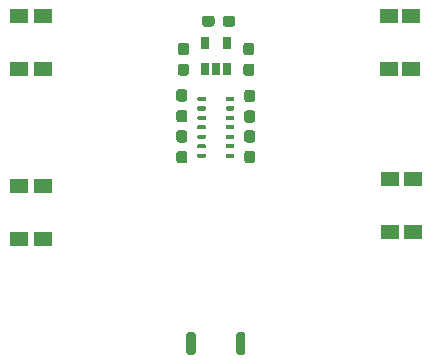
<source format=gbr>
G04 #@! TF.GenerationSoftware,KiCad,Pcbnew,(5.1.6-0-10_14)*
G04 #@! TF.CreationDate,2020-09-27T10:59:16+08:00*
G04 #@! TF.ProjectId,Watch_F4,57617463-685f-4463-942e-6b696361645f,rev?*
G04 #@! TF.SameCoordinates,Original*
G04 #@! TF.FileFunction,Paste,Bot*
G04 #@! TF.FilePolarity,Positive*
%FSLAX46Y46*%
G04 Gerber Fmt 4.6, Leading zero omitted, Abs format (unit mm)*
G04 Created by KiCad (PCBNEW (5.1.6-0-10_14)) date 2020-09-27 10:59:16*
%MOMM*%
%LPD*%
G01*
G04 APERTURE LIST*
%ADD10R,1.550000X1.300000*%
%ADD11R,0.650000X1.060000*%
G04 APERTURE END LIST*
G36*
G01*
X147885000Y-96772500D02*
X147885000Y-97247500D01*
G75*
G02*
X147647500Y-97485000I-237500J0D01*
G01*
X147072500Y-97485000D01*
G75*
G02*
X146835000Y-97247500I0J237500D01*
G01*
X146835000Y-96772500D01*
G75*
G02*
X147072500Y-96535000I237500J0D01*
G01*
X147647500Y-96535000D01*
G75*
G02*
X147885000Y-96772500I0J-237500D01*
G01*
G37*
G36*
G01*
X149635000Y-96772500D02*
X149635000Y-97247500D01*
G75*
G02*
X149397500Y-97485000I-237500J0D01*
G01*
X148822500Y-97485000D01*
G75*
G02*
X148585000Y-97247500I0J237500D01*
G01*
X148585000Y-96772500D01*
G75*
G02*
X148822500Y-96535000I237500J0D01*
G01*
X149397500Y-96535000D01*
G75*
G02*
X149635000Y-96772500I0J-237500D01*
G01*
G37*
G36*
G01*
X150500000Y-123500000D02*
X150500000Y-125100000D01*
G75*
G02*
X150300000Y-125300000I-200000J0D01*
G01*
X149900000Y-125300000D01*
G75*
G02*
X149700000Y-125100000I0J200000D01*
G01*
X149700000Y-123500000D01*
G75*
G02*
X149900000Y-123300000I200000J0D01*
G01*
X150300000Y-123300000D01*
G75*
G02*
X150500000Y-123500000I0J-200000D01*
G01*
G37*
G36*
G01*
X146300000Y-123500000D02*
X146300000Y-125100000D01*
G75*
G02*
X146100000Y-125300000I-200000J0D01*
G01*
X145700000Y-125300000D01*
G75*
G02*
X145500000Y-125100000I0J200000D01*
G01*
X145500000Y-123500000D01*
G75*
G02*
X145700000Y-123300000I200000J0D01*
G01*
X146100000Y-123300000D01*
G75*
G02*
X146300000Y-123500000I0J-200000D01*
G01*
G37*
D10*
X133330000Y-110950000D03*
X133330000Y-115450000D03*
X131370000Y-115450000D03*
X131370000Y-110950000D03*
X164508000Y-96550000D03*
X164508000Y-101050000D03*
X162690000Y-101050000D03*
X162690000Y-96550000D03*
X164700000Y-110400000D03*
X164700000Y-114900000D03*
X162740000Y-114900000D03*
X162740000Y-110400000D03*
X131370000Y-101050000D03*
X131370000Y-96550000D03*
X133330000Y-96550000D03*
X133330000Y-101050000D03*
D11*
X148970000Y-98895000D03*
X147070000Y-98895000D03*
X147070000Y-101095000D03*
X148020000Y-101095000D03*
X148970000Y-101095000D03*
G36*
G01*
X145012500Y-100595000D02*
X145487500Y-100595000D01*
G75*
G02*
X145725000Y-100832500I0J-237500D01*
G01*
X145725000Y-101407500D01*
G75*
G02*
X145487500Y-101645000I-237500J0D01*
G01*
X145012500Y-101645000D01*
G75*
G02*
X144775000Y-101407500I0J237500D01*
G01*
X144775000Y-100832500D01*
G75*
G02*
X145012500Y-100595000I237500J0D01*
G01*
G37*
G36*
G01*
X145012500Y-98845000D02*
X145487500Y-98845000D01*
G75*
G02*
X145725000Y-99082500I0J-237500D01*
G01*
X145725000Y-99657500D01*
G75*
G02*
X145487500Y-99895000I-237500J0D01*
G01*
X145012500Y-99895000D01*
G75*
G02*
X144775000Y-99657500I0J237500D01*
G01*
X144775000Y-99082500D01*
G75*
G02*
X145012500Y-98845000I237500J0D01*
G01*
G37*
G36*
G01*
X150552500Y-100595000D02*
X151027500Y-100595000D01*
G75*
G02*
X151265000Y-100832500I0J-237500D01*
G01*
X151265000Y-101407500D01*
G75*
G02*
X151027500Y-101645000I-237500J0D01*
G01*
X150552500Y-101645000D01*
G75*
G02*
X150315000Y-101407500I0J237500D01*
G01*
X150315000Y-100832500D01*
G75*
G02*
X150552500Y-100595000I237500J0D01*
G01*
G37*
G36*
G01*
X150552500Y-98845000D02*
X151027500Y-98845000D01*
G75*
G02*
X151265000Y-99082500I0J-237500D01*
G01*
X151265000Y-99657500D01*
G75*
G02*
X151027500Y-99895000I-237500J0D01*
G01*
X150552500Y-99895000D01*
G75*
G02*
X150315000Y-99657500I0J237500D01*
G01*
X150315000Y-99082500D01*
G75*
G02*
X150552500Y-98845000I237500J0D01*
G01*
G37*
G36*
G01*
X145347500Y-103825000D02*
X144872500Y-103825000D01*
G75*
G02*
X144635000Y-103587500I0J237500D01*
G01*
X144635000Y-103012500D01*
G75*
G02*
X144872500Y-102775000I237500J0D01*
G01*
X145347500Y-102775000D01*
G75*
G02*
X145585000Y-103012500I0J-237500D01*
G01*
X145585000Y-103587500D01*
G75*
G02*
X145347500Y-103825000I-237500J0D01*
G01*
G37*
G36*
G01*
X145347500Y-105575000D02*
X144872500Y-105575000D01*
G75*
G02*
X144635000Y-105337500I0J237500D01*
G01*
X144635000Y-104762500D01*
G75*
G02*
X144872500Y-104525000I237500J0D01*
G01*
X145347500Y-104525000D01*
G75*
G02*
X145585000Y-104762500I0J-237500D01*
G01*
X145585000Y-105337500D01*
G75*
G02*
X145347500Y-105575000I-237500J0D01*
G01*
G37*
G36*
G01*
X150632500Y-104570000D02*
X151107500Y-104570000D01*
G75*
G02*
X151345000Y-104807500I0J-237500D01*
G01*
X151345000Y-105382500D01*
G75*
G02*
X151107500Y-105620000I-237500J0D01*
G01*
X150632500Y-105620000D01*
G75*
G02*
X150395000Y-105382500I0J237500D01*
G01*
X150395000Y-104807500D01*
G75*
G02*
X150632500Y-104570000I237500J0D01*
G01*
G37*
G36*
G01*
X150632500Y-102820000D02*
X151107500Y-102820000D01*
G75*
G02*
X151345000Y-103057500I0J-237500D01*
G01*
X151345000Y-103632500D01*
G75*
G02*
X151107500Y-103870000I-237500J0D01*
G01*
X150632500Y-103870000D01*
G75*
G02*
X150395000Y-103632500I0J237500D01*
G01*
X150395000Y-103057500D01*
G75*
G02*
X150632500Y-102820000I237500J0D01*
G01*
G37*
G36*
G01*
X151107500Y-107290000D02*
X150632500Y-107290000D01*
G75*
G02*
X150395000Y-107052500I0J237500D01*
G01*
X150395000Y-106477500D01*
G75*
G02*
X150632500Y-106240000I237500J0D01*
G01*
X151107500Y-106240000D01*
G75*
G02*
X151345000Y-106477500I0J-237500D01*
G01*
X151345000Y-107052500D01*
G75*
G02*
X151107500Y-107290000I-237500J0D01*
G01*
G37*
G36*
G01*
X151107500Y-109040000D02*
X150632500Y-109040000D01*
G75*
G02*
X150395000Y-108802500I0J237500D01*
G01*
X150395000Y-108227500D01*
G75*
G02*
X150632500Y-107990000I237500J0D01*
G01*
X151107500Y-107990000D01*
G75*
G02*
X151345000Y-108227500I0J-237500D01*
G01*
X151345000Y-108802500D01*
G75*
G02*
X151107500Y-109040000I-237500J0D01*
G01*
G37*
G36*
G01*
X147175000Y-103512500D02*
X147175000Y-103687500D01*
G75*
G02*
X147087500Y-103775000I-87500J0D01*
G01*
X146512500Y-103775000D01*
G75*
G02*
X146425000Y-103687500I0J87500D01*
G01*
X146425000Y-103512500D01*
G75*
G02*
X146512500Y-103425000I87500J0D01*
G01*
X147087500Y-103425000D01*
G75*
G02*
X147175000Y-103512500I0J-87500D01*
G01*
G37*
G36*
G01*
X147175000Y-104312500D02*
X147175000Y-104487500D01*
G75*
G02*
X147087500Y-104575000I-87500J0D01*
G01*
X146512500Y-104575000D01*
G75*
G02*
X146425000Y-104487500I0J87500D01*
G01*
X146425000Y-104312500D01*
G75*
G02*
X146512500Y-104225000I87500J0D01*
G01*
X147087500Y-104225000D01*
G75*
G02*
X147175000Y-104312500I0J-87500D01*
G01*
G37*
G36*
G01*
X147175000Y-105112500D02*
X147175000Y-105287500D01*
G75*
G02*
X147087500Y-105375000I-87500J0D01*
G01*
X146512500Y-105375000D01*
G75*
G02*
X146425000Y-105287500I0J87500D01*
G01*
X146425000Y-105112500D01*
G75*
G02*
X146512500Y-105025000I87500J0D01*
G01*
X147087500Y-105025000D01*
G75*
G02*
X147175000Y-105112500I0J-87500D01*
G01*
G37*
G36*
G01*
X147175000Y-105912500D02*
X147175000Y-106087500D01*
G75*
G02*
X147087500Y-106175000I-87500J0D01*
G01*
X146512500Y-106175000D01*
G75*
G02*
X146425000Y-106087500I0J87500D01*
G01*
X146425000Y-105912500D01*
G75*
G02*
X146512500Y-105825000I87500J0D01*
G01*
X147087500Y-105825000D01*
G75*
G02*
X147175000Y-105912500I0J-87500D01*
G01*
G37*
G36*
G01*
X147175000Y-106712500D02*
X147175000Y-106887500D01*
G75*
G02*
X147087500Y-106975000I-87500J0D01*
G01*
X146512500Y-106975000D01*
G75*
G02*
X146425000Y-106887500I0J87500D01*
G01*
X146425000Y-106712500D01*
G75*
G02*
X146512500Y-106625000I87500J0D01*
G01*
X147087500Y-106625000D01*
G75*
G02*
X147175000Y-106712500I0J-87500D01*
G01*
G37*
G36*
G01*
X147175000Y-107512500D02*
X147175000Y-107687500D01*
G75*
G02*
X147087500Y-107775000I-87500J0D01*
G01*
X146512500Y-107775000D01*
G75*
G02*
X146425000Y-107687500I0J87500D01*
G01*
X146425000Y-107512500D01*
G75*
G02*
X146512500Y-107425000I87500J0D01*
G01*
X147087500Y-107425000D01*
G75*
G02*
X147175000Y-107512500I0J-87500D01*
G01*
G37*
G36*
G01*
X147175000Y-108312500D02*
X147175000Y-108487500D01*
G75*
G02*
X147087500Y-108575000I-87500J0D01*
G01*
X146512500Y-108575000D01*
G75*
G02*
X146425000Y-108487500I0J87500D01*
G01*
X146425000Y-108312500D01*
G75*
G02*
X146512500Y-108225000I87500J0D01*
G01*
X147087500Y-108225000D01*
G75*
G02*
X147175000Y-108312500I0J-87500D01*
G01*
G37*
G36*
G01*
X149575000Y-108312500D02*
X149575000Y-108487500D01*
G75*
G02*
X149487500Y-108575000I-87500J0D01*
G01*
X148912500Y-108575000D01*
G75*
G02*
X148825000Y-108487500I0J87500D01*
G01*
X148825000Y-108312500D01*
G75*
G02*
X148912500Y-108225000I87500J0D01*
G01*
X149487500Y-108225000D01*
G75*
G02*
X149575000Y-108312500I0J-87500D01*
G01*
G37*
G36*
G01*
X149575000Y-107512500D02*
X149575000Y-107687500D01*
G75*
G02*
X149487500Y-107775000I-87500J0D01*
G01*
X148912500Y-107775000D01*
G75*
G02*
X148825000Y-107687500I0J87500D01*
G01*
X148825000Y-107512500D01*
G75*
G02*
X148912500Y-107425000I87500J0D01*
G01*
X149487500Y-107425000D01*
G75*
G02*
X149575000Y-107512500I0J-87500D01*
G01*
G37*
G36*
G01*
X149575000Y-106712500D02*
X149575000Y-106887500D01*
G75*
G02*
X149487500Y-106975000I-87500J0D01*
G01*
X148912500Y-106975000D01*
G75*
G02*
X148825000Y-106887500I0J87500D01*
G01*
X148825000Y-106712500D01*
G75*
G02*
X148912500Y-106625000I87500J0D01*
G01*
X149487500Y-106625000D01*
G75*
G02*
X149575000Y-106712500I0J-87500D01*
G01*
G37*
G36*
G01*
X149575000Y-105912500D02*
X149575000Y-106087500D01*
G75*
G02*
X149487500Y-106175000I-87500J0D01*
G01*
X148912500Y-106175000D01*
G75*
G02*
X148825000Y-106087500I0J87500D01*
G01*
X148825000Y-105912500D01*
G75*
G02*
X148912500Y-105825000I87500J0D01*
G01*
X149487500Y-105825000D01*
G75*
G02*
X149575000Y-105912500I0J-87500D01*
G01*
G37*
G36*
G01*
X149575000Y-105112500D02*
X149575000Y-105287500D01*
G75*
G02*
X149487500Y-105375000I-87500J0D01*
G01*
X148912500Y-105375000D01*
G75*
G02*
X148825000Y-105287500I0J87500D01*
G01*
X148825000Y-105112500D01*
G75*
G02*
X148912500Y-105025000I87500J0D01*
G01*
X149487500Y-105025000D01*
G75*
G02*
X149575000Y-105112500I0J-87500D01*
G01*
G37*
G36*
G01*
X149575000Y-104312500D02*
X149575000Y-104487500D01*
G75*
G02*
X149487500Y-104575000I-87500J0D01*
G01*
X148912500Y-104575000D01*
G75*
G02*
X148825000Y-104487500I0J87500D01*
G01*
X148825000Y-104312500D01*
G75*
G02*
X148912500Y-104225000I87500J0D01*
G01*
X149487500Y-104225000D01*
G75*
G02*
X149575000Y-104312500I0J-87500D01*
G01*
G37*
G36*
G01*
X149575000Y-103512500D02*
X149575000Y-103687500D01*
G75*
G02*
X149487500Y-103775000I-87500J0D01*
G01*
X148912500Y-103775000D01*
G75*
G02*
X148825000Y-103687500I0J87500D01*
G01*
X148825000Y-103512500D01*
G75*
G02*
X148912500Y-103425000I87500J0D01*
G01*
X149487500Y-103425000D01*
G75*
G02*
X149575000Y-103512500I0J-87500D01*
G01*
G37*
G36*
G01*
X145357500Y-107295000D02*
X144882500Y-107295000D01*
G75*
G02*
X144645000Y-107057500I0J237500D01*
G01*
X144645000Y-106482500D01*
G75*
G02*
X144882500Y-106245000I237500J0D01*
G01*
X145357500Y-106245000D01*
G75*
G02*
X145595000Y-106482500I0J-237500D01*
G01*
X145595000Y-107057500D01*
G75*
G02*
X145357500Y-107295000I-237500J0D01*
G01*
G37*
G36*
G01*
X145357500Y-109045000D02*
X144882500Y-109045000D01*
G75*
G02*
X144645000Y-108807500I0J237500D01*
G01*
X144645000Y-108232500D01*
G75*
G02*
X144882500Y-107995000I237500J0D01*
G01*
X145357500Y-107995000D01*
G75*
G02*
X145595000Y-108232500I0J-237500D01*
G01*
X145595000Y-108807500D01*
G75*
G02*
X145357500Y-109045000I-237500J0D01*
G01*
G37*
M02*

</source>
